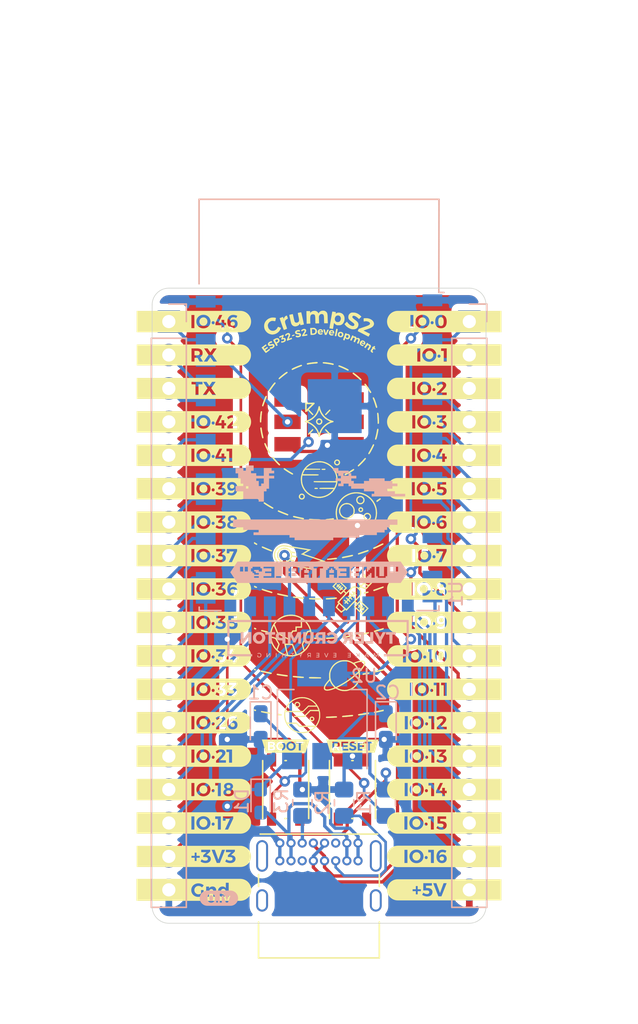
<source format=kicad_pcb>
(kicad_pcb (version 20171130) (host pcbnew "(5.1.8-0-10_14)")
  (layers (0 F.Cu signal) (31 B.Cu signal) (34 B.Paste user) (35 F.Paste user) (36 B.SilkS user) (37 F.SilkS user) (38 B.Mask user) (39 F.Mask user) (44 Edge.Cuts user))
  (net 0 "")
  (net 1 GND)
  (net 2 "Net-(D1-Pad2)")
  (net 3 "Net-(J1-PadA5)")
  (net 4 /USB_D+)
  (net 5 /USB_D-)
  (net 6 "Net-(J1-PadB5)")
  (net 7 "Net-(J1-PadS1)")
  (net 8 +3V3)
  (net 9 /EN)
  (net 10 /IO46)
  (net 11 /IO45)
  (net 12 /IO26)
  (net 13 /IO33)
  (net 14 /IO34)
  (net 15 /IO35)
  (net 16 /IO36)
  (net 17 /IO37)
  (net 18 /IO38)
  (net 19 /IO39)
  (net 20 /IO40)
  (net 21 /IO41)
  (net 22 /IO42)
  (net 23 /TX)
  (net 24 /RX)
  (net 25 /IO11)
  (net 26 /IO10)
  (net 27 /IO09)
  (net 28 /IO08)
  (net 29 /IO07)
  (net 30 /IO06)
  (net 31 /IO05)
  (net 32 /IO04)
  (net 33 /IO03)
  (net 34 /IO02)
  (net 35 /IO01)
  (net 36 /IO00)
  (net 37 /IO21)
  (net 38 /IO18)
  (net 39 /IO17)
  (net 40 /IO16)
  (net 41 /IO15)
  (net 42 /IO14)
  (net 43 /IO13)
  (net 44 /IO12)
  (net 45 +5V)
  (module label (layer B.Cu) (at 32.385 65.405 180)
    (fp_text reference svg2mod hide)
    (fp_text value G*** hide)
  )
  (module label (layer B.Cu) (at 40.005 40.64 180)
    (fp_text reference svg2mod hide)
    (fp_text value G*** hide)
  )
  (module _CrumpPrintSymbols:joust_15mm (layer B.Cu) (at 40.005 35.56 180)
    (fp_text reference G*** hide)
    (fp_text value LOGO hide)
  )
  (module _CrumpPrintSymbols:tc_wide_15mm (layer B.Cu) (at 40.005 45.72 180)
    (fp_text reference G*** hide)
    (fp_text value LOGO hide)
  )
  (module Resistor_SMD:R_0805_2012Metric_Pad1.20x1.40mm_HandSolder (layer B.Cu) (at 41.91 58.15 270)
    (fp_text reference R2 (at 0 1.65 90) (layer B.SilkS) (effects (justify mirror)))
    (fp_text value 5.1k)
    (pad 1 smd roundrect (at -1 0 270) (size 1.2 1.4) (layers B.Cu B.Paste B.Mask) (roundrect_rratio 0.2083325) (net 1 GND))
    (pad 2 smd roundrect (at 1 0 270) (size 1.2 1.4) (layers B.Cu B.Paste B.Mask) (roundrect_rratio 0.2083325) (net 6 "Net-(J1-PadB5)"))
  )
  (module LED_SMD:LED_RGB_5050-6 (layer F.Cu) (at 40.005 29.21)
    (fp_text reference D2 hide)
    (fp_text value APA102)
    (pad 1 smd rect (at -2.4 -1.7 90) (size 1.1 2) (layers F.Cu F.Paste F.Mask) (net 20 /IO40))
    (pad 2 smd rect (at -2.4 0 90) (size 1.1 2) (layers F.Cu F.Paste F.Mask) (net 11 /IO45))
    (pad 3 smd rect (at -2.4 1.7 90) (size 1.1 2) (layers F.Cu F.Paste F.Mask) (net 1 GND))
    (pad 4 smd rect (at 2.4 1.7 90) (size 1.1 2) (layers F.Cu F.Paste F.Mask) (net 45 +5V))
    (pad 5 smd rect (at 2.4 0 90) (size 1.1 2) (layers F.Cu F.Paste F.Mask))
    (pad 6 smd rect (at 2.4 -1.7 90) (size 1.1 2) (layers F.Cu F.Paste F.Mask))
  )
  (module _ProjectSpecific:front-silk (layer F.Cu) (at 39.95166 37.15512)
    (fp_text reference G*** hide)
    (fp_text value LOGO hide)
  )
  (module Package_TO_SOT_SMD:SOT-223-3_TabPin2 (layer B.Cu) (at 40.245 51.46 90)
    (fp_text reference U2 (at 2.946 3.189) (layer B.SilkS) (effects (justify mirror)))
    (fp_text value LM1117-3.3)
    (pad 1 smd rect (at -3.15 2.3 90) (size 2 1.5) (layers B.Cu B.Paste B.Mask) (net 1 GND))
    (pad 3 smd rect (at -3.15 -2.3 90) (size 2 1.5) (layers B.Cu B.Paste B.Mask) (net 45 +5V))
    (pad 2 smd rect (at -3.15 0 90) (size 2 1.5) (layers B.Cu B.Paste B.Mask) (net 8 +3V3))
    (pad 2 smd rect (at 3.15 0 90) (size 2 3.8) (layers B.Cu B.Paste B.Mask) (net 8 +3V3))
  )
  (module label (layer F.Cu) (at 49.53 64.77)
    (fp_text reference svg2mod hide)
    (fp_text value G*** hide)
  )
  (module label (layer F.Cu) (at 49.53 62.23)
    (fp_text reference svg2mod hide)
    (fp_text value G*** hide)
  )
  (module label (layer F.Cu) (at 49.53 59.69)
    (fp_text reference svg2mod hide)
    (fp_text value G*** hide)
  )
  (module label (layer F.Cu) (at 49.53 57.15)
    (fp_text reference svg2mod hide)
    (fp_text value G*** hide)
  )
  (module label (layer F.Cu) (at 49.53 54.61)
    (fp_text reference svg2mod hide)
    (fp_text value G*** hide)
  )
  (module label (layer F.Cu) (at 49.53 52.07)
    (fp_text reference svg2mod hide)
    (fp_text value G*** hide)
  )
  (module label (layer F.Cu) (at 49.53 49.53)
    (fp_text reference svg2mod hide)
    (fp_text value G*** hide)
  )
  (module label (layer F.Cu) (at 49.53 46.99)
    (fp_text reference svg2mod hide)
    (fp_text value G*** hide)
  )
  (module label (layer F.Cu) (at 49.53 44.45)
    (fp_text reference svg2mod hide)
    (fp_text value G*** hide)
  )
  (module label (layer F.Cu) (at 49.53 41.91)
    (fp_text reference svg2mod hide)
    (fp_text value G*** hide)
  )
  (module label (layer F.Cu) (at 49.53 39.37)
    (fp_text reference svg2mod hide)
    (fp_text value G*** hide)
  )
  (module label (layer F.Cu) (at 49.53 36.83)
    (fp_text reference svg2mod hide)
    (fp_text value G*** hide)
  )
  (module label (layer F.Cu) (at 49.53 34.29)
    (fp_text reference svg2mod hide)
    (fp_text value G*** hide)
  )
  (module label (layer F.Cu) (at 49.53 31.75)
    (fp_text reference svg2mod hide)
    (fp_text value G*** hide)
  )
  (module label (layer F.Cu) (at 49.53 29.21)
    (fp_text reference svg2mod hide)
    (fp_text value G*** hide)
  )
  (module label (layer F.Cu) (at 49.53 26.67)
    (fp_text reference svg2mod hide)
    (fp_text value G*** hide)
  )
  (module label (layer F.Cu) (at 49.53 24.13)
    (fp_text reference svg2mod hide)
    (fp_text value G*** hide)
  )
  (module label (layer F.Cu) (at 49.53 21.59)
    (fp_text reference svg2mod hide)
    (fp_text value G*** hide)
  )
  (module label (layer F.Cu) (at 30.48 64.77)
    (fp_text reference svg2mod hide)
    (fp_text value G*** hide)
  )
  (module label (layer F.Cu) (at 30.48 62.23)
    (fp_text reference svg2mod hide)
    (fp_text value G*** hide)
  )
  (module label (layer F.Cu) (at 30.48 59.69)
    (fp_text reference svg2mod hide)
    (fp_text value G*** hide)
  )
  (module label (layer F.Cu) (at 30.48 57.15)
    (fp_text reference svg2mod hide)
    (fp_text value G*** hide)
  )
  (module label (layer F.Cu) (at 30.48 54.61)
    (fp_text reference svg2mod hide)
    (fp_text value G*** hide)
  )
  (module label (layer F.Cu) (at 30.48 52.07)
    (fp_text reference svg2mod hide)
    (fp_text value G*** hide)
  )
  (module label (layer F.Cu) (at 30.48 49.53)
    (fp_text reference svg2mod hide)
    (fp_text value G*** hide)
  )
  (module label (layer F.Cu) (at 30.48 46.99)
    (fp_text reference svg2mod hide)
    (fp_text value G*** hide)
  )
  (module label (layer F.Cu) (at 30.48 44.45)
    (fp_text reference svg2mod hide)
    (fp_text value G*** hide)
  )
  (module label (layer F.Cu) (at 30.48 41.91)
    (fp_text reference svg2mod hide)
    (fp_text value G*** hide)
  )
  (module label (layer F.Cu) (at 30.48 39.37)
    (fp_text reference svg2mod hide)
    (fp_text value G*** hide)
  )
  (module label (layer F.Cu) (at 30.48 36.83)
    (fp_text reference svg2mod hide)
    (fp_text value G*** hide)
  )
  (module label (layer F.Cu) (at 30.48 34.29)
    (fp_text reference svg2mod hide)
    (fp_text value G*** hide)
  )
  (module label (layer F.Cu) (at 30.48 31.75)
    (fp_text reference svg2mod hide)
    (fp_text value G*** hide)
  )
  (module label (layer F.Cu) (at 30.48 29.21)
    (fp_text reference svg2mod hide)
    (fp_text value G*** hide)
  )
  (module label (layer F.Cu) (at 30.48 26.67)
    (fp_text reference svg2mod hide)
    (fp_text value G*** hide)
  )
  (module label (layer F.Cu) (at 30.48 24.13)
    (fp_text reference svg2mod hide)
    (fp_text value G*** hide)
  )
  (module label (layer F.Cu) (at 30.48 21.59)
    (fp_text reference svg2mod hide)
    (fp_text value G*** hide)
  )
  (module label (layer F.Cu) (at 37.465 53.848)
    (fp_text reference svg2mod hide)
    (fp_text value G*** hide)
  )
  (module label (layer F.Cu) (at 42.545 53.848)
    (fp_text reference svg2mod hide)
    (fp_text value G*** hide)
  )
  (module Capacitor_Tantalum_SMD:CP_EIA-2012-12_Kemet-R_Pad1.30x1.05mm_HandSolder (layer B.Cu) (at 45.085 52.365 270)
    (fp_text reference C2 (at -2.581 -0.127 180) (layer B.SilkS) (effects (justify mirror)))
    (fp_text value "10uF Tantalum")
    (pad 2 smd roundrect (at 0.975 0 270) (size 1.3 1.05) (layers B.Cu B.Paste B.Mask) (roundrect_rratio 0.2380942857142857) (net 1 GND))
    (pad 1 smd roundrect (at -0.975 0 270) (size 1.3 1.05) (layers B.Cu B.Paste B.Mask) (roundrect_rratio 0.2380942857142857) (net 8 +3V3))
  )
  (module Capacitor_Tantalum_SMD:CP_EIA-2012-12_Kemet-R_Pad1.30x1.05mm_HandSolder (layer B.Cu) (at 35.56 52.365 270)
    (fp_text reference C1 (at -2.581 0 180) (layer B.SilkS) (effects (justify mirror)))
    (fp_text value "10uF Tantalum")
    (pad 2 smd roundrect (at 0.975 0 270) (size 1.3 1.05) (layers B.Cu B.Paste B.Mask) (roundrect_rratio 0.2380942857142857) (net 1 GND))
    (pad 1 smd roundrect (at -0.975 0 270) (size 1.3 1.05) (layers B.Cu B.Paste B.Mask) (roundrect_rratio 0.2380942857142857) (net 45 +5V))
  )
  (module _CrumpPrints:SW_Push_1P1T_NO_CK_RKB2 (layer F.Cu) (at 42.545 57.15 90)
    (fp_text reference SW2 hide)
    (fp_text value "RESET Switch")
    (pad 2 smd rect (at 2.25 1.075 90) (size 1 0.7) (layers F.Cu F.Paste F.Mask) (net 1 GND))
    (pad 1 smd rect (at 2.25 -1.075 90) (size 1 0.7) (layers F.Cu F.Paste F.Mask) (net 9 /EN))
    (pad 3 smd rect (at -2.25 1.075 90) (size 1 0.7) (layers F.Cu F.Paste F.Mask))
    (pad 1 smd rect (at -2.25 -1.075 90) (size 1 0.7) (layers F.Cu F.Paste F.Mask) (net 9 /EN))
  )
  (module _CrumpPrints:SW_Push_1P1T_NO_CK_RKB2 (layer F.Cu) (at 37.465 57.15 90)
    (fp_text reference SW1 hide)
    (fp_text value "BOOT SEL Switch")
    (pad 2 smd rect (at 2.25 1.075 90) (size 1 0.7) (layers F.Cu F.Paste F.Mask) (net 1 GND))
    (pad 1 smd rect (at 2.25 -1.075 90) (size 1 0.7) (layers F.Cu F.Paste F.Mask) (net 36 /IO00))
    (pad 3 smd rect (at -2.25 1.075 90) (size 1 0.7) (layers F.Cu F.Paste F.Mask))
    (pad 1 smd rect (at -2.25 -1.075 90) (size 1 0.7) (layers F.Cu F.Paste F.Mask) (net 36 /IO00))
  )
  (module Diode_SMD:D_0603_1608Metric_Pad1.05x0.95mm_HandSolder (layer B.Cu) (at 35.56 58.025 270)
    (fp_text reference D1 (at 0 1.43 90) (layer B.SilkS) (effects (justify mirror)))
    (fp_text value D_Schottky)
    (pad 2 smd roundrect (at 0.875 0 270) (size 1.05 0.95) (layers B.Cu B.Paste B.Mask) (net 2 "Net-(D1-Pad2)"))
    (pad 1 smd roundrect (at -0.875 0 270) (size 1.05 0.95) (layers B.Cu B.Paste B.Mask) (net 45 +5V))
  )
  (module Connector_USB:USB_C_Receptacle_GCT_USB4085 (layer F.Cu) (at 37.0205 61.214)
    (fp_text reference J1 hide)
    (fp_text value USB_C_Receptacle)
    (pad S1 thru_hole oval (at 7.3 4.36) (size 0.9 1.7) (drill oval 0.6 1.4) (layers *.Cu *.Mask) (net 7 "Net-(J1-PadS1)"))
    (pad S1 thru_hole oval (at -1.35 4.36) (size 0.9 1.7) (drill oval 0.6 1.4) (layers *.Cu *.Mask) (net 7 "Net-(J1-PadS1)"))
    (pad S1 thru_hole oval (at 7.3 0.98) (size 0.9 2.4) (drill oval 0.6 2.1) (layers *.Cu *.Mask) (net 7 "Net-(J1-PadS1)"))
    (pad S1 thru_hole oval (at -1.35 0.98) (size 0.9 2.4) (drill oval 0.6 2.1) (layers *.Cu *.Mask) (net 7 "Net-(J1-PadS1)"))
    (pad B6 thru_hole circle (at 3.4 1.35) (size 0.7 0.7) (drill 0.4) (layers *.Cu *.Mask) (net 4 /USB_D+))
    (pad B1 thru_hole circle (at 5.95 1.35) (size 0.7 0.7) (drill 0.4) (layers *.Cu *.Mask) (net 1 GND))
    (pad B4 thru_hole circle (at 5.1 1.35) (size 0.7 0.7) (drill 0.4) (layers *.Cu *.Mask) (net 2 "Net-(D1-Pad2)"))
    (pad B5 thru_hole circle (at 4.25 1.35) (size 0.7 0.7) (drill 0.4) (layers *.Cu *.Mask) (net 6 "Net-(J1-PadB5)"))
    (pad B12 thru_hole circle (at 0 1.35) (size 0.7 0.7) (drill 0.4) (layers *.Cu *.Mask) (net 1 GND))
    (pad B8 thru_hole circle (at 1.7 1.35) (size 0.7 0.7) (drill 0.4) (layers *.Cu *.Mask))
    (pad B7 thru_hole circle (at 2.55 1.35) (size 0.7 0.7) (drill 0.4) (layers *.Cu *.Mask) (net 5 /USB_D-))
    (pad B9 thru_hole circle (at 0.85 1.35) (size 0.7 0.7) (drill 0.4) (layers *.Cu *.Mask) (net 2 "Net-(D1-Pad2)"))
    (pad A12 thru_hole circle (at 5.95 0) (size 0.7 0.7) (drill 0.4) (layers *.Cu *.Mask) (net 1 GND))
    (pad A9 thru_hole circle (at 5.1 0) (size 0.7 0.7) (drill 0.4) (layers *.Cu *.Mask) (net 2 "Net-(D1-Pad2)"))
    (pad A8 thru_hole circle (at 4.25 0) (size 0.7 0.7) (drill 0.4) (layers *.Cu *.Mask))
    (pad A7 thru_hole circle (at 3.4 0) (size 0.7 0.7) (drill 0.4) (layers *.Cu *.Mask) (net 5 /USB_D-))
    (pad A6 thru_hole circle (at 2.55 0) (size 0.7 0.7) (drill 0.4) (layers *.Cu *.Mask) (net 4 /USB_D+))
    (pad A5 thru_hole circle (at 1.7 0) (size 0.7 0.7) (drill 0.4) (layers *.Cu *.Mask) (net 3 "Net-(J1-PadA5)"))
    (pad A4 thru_hole circle (at 0.85 0) (size 0.7 0.7) (drill 0.4) (layers *.Cu *.Mask) (net 2 "Net-(D1-Pad2)"))
    (pad A1 thru_hole circle (at 0 0) (size 0.7 0.7) (drill 0.4) (layers *.Cu *.Mask) (net 1 GND))
  )
  (module Resistor_SMD:R_0805_2012Metric_Pad1.20x1.40mm_HandSolder (layer B.Cu) (at 45.085 58.15 270)
    (fp_text reference R1 (at 0 1.65 270) (layer B.SilkS) (effects (justify mirror)))
    (fp_text value 100k)
    (pad 1 smd roundrect (at -1 0 270) (size 1.2 1.4) (layers B.Cu B.Paste B.Mask) (roundrect_rratio 0.2083325) (net 8 +3V3))
    (pad 2 smd roundrect (at 1 0 270) (size 1.2 1.4) (layers B.Cu B.Paste B.Mask) (roundrect_rratio 0.2083325) (net 9 /EN))
  )
  (module Resistor_SMD:R_0805_2012Metric_Pad1.20x1.40mm_HandSolder (layer B.Cu) (at 38.735 58.15 90)
    (fp_text reference R3 (at 0.12878 -1.6002 90) (layer B.SilkS) (effects (justify mirror)))
    (fp_text value 5.1k)
    (pad 2 smd roundrect (at 1 0 90) (size 1.2 1.4) (layers B.Cu B.Paste B.Mask) (roundrect_rratio 0.2083325) (net 1 GND))
    (pad 1 smd roundrect (at -1 0 90) (size 1.2 1.4) (layers B.Cu B.Paste B.Mask) (roundrect_rratio 0.2083325) (net 3 "Net-(J1-PadA5)"))
  )
  (module RF_Module:ESP32-S2-WROVER (layer B.Cu) (at 40.005 31.75 180)
    (fp_text reference U1 (at -10.41 -10.53 270) (layer B.SilkS) (effects (justify mirror)))
    (fp_text value ESP32-S2-WROVER)
    (pad 43 smd rect (at -1.19 3.735 180) (size 4.1 4.1) (layers B.Cu B.Paste B.Mask) (net 1 GND))
    (pad 42 smd rect (at 8.625 11.675 180) (size 1.5 0.9) (layers B.Cu B.Paste B.Mask) (net 1 GND))
    (pad 41 smd rect (at 8.625 10.275 180) (size 1.5 0.9) (layers B.Cu B.Paste B.Mask) (net 9 /EN))
    (pad 40 smd rect (at 8.625 8.775 180) (size 1.5 0.9) (layers B.Cu B.Paste B.Mask) (net 10 /IO46))
    (pad 39 smd rect (at 8.625 7.175 180) (size 1.5 0.9) (layers B.Cu B.Paste B.Mask) (net 11 /IO45))
    (pad 25 smd rect (at 5.25 -11.475 180) (size 0.9 1.5) (layers B.Cu B.Paste B.Mask) (net 12 /IO26))
    (pad 26 smd rect (at 6.75 -11.475 180) (size 0.9 1.5) (layers B.Cu B.Paste B.Mask) (net 1 GND))
    (pad 27 smd rect (at 8.625 -10.825 180) (size 1.5 0.9) (layers B.Cu B.Paste B.Mask) (net 13 /IO33))
    (pad 28 smd rect (at 8.625 -9.325 180) (size 1.5 0.9) (layers B.Cu B.Paste B.Mask) (net 14 /IO34))
    (pad 29 smd rect (at 8.625 -7.825 180) (size 1.5 0.9) (layers B.Cu B.Paste B.Mask) (net 15 /IO35))
    (pad 30 smd rect (at 8.625 -6.325 180) (size 1.5 0.9) (layers B.Cu B.Paste B.Mask) (net 16 /IO36))
    (pad 31 smd rect (at 8.625 -4.825 180) (size 1.5 0.9) (layers B.Cu B.Paste B.Mask) (net 17 /IO37))
    (pad 32 smd rect (at 8.625 -3.325 180) (size 1.5 0.9) (layers B.Cu B.Paste B.Mask) (net 18 /IO38))
    (pad 33 smd rect (at 8.625 -1.825 180) (size 1.5 0.9) (layers B.Cu B.Paste B.Mask) (net 19 /IO39))
    (pad 34 smd rect (at 8.625 -0.325 180) (size 1.5 0.9) (layers B.Cu B.Paste B.Mask) (net 20 /IO40))
    (pad 35 smd rect (at 8.625 1.175 180) (size 1.5 0.9) (layers B.Cu B.Paste B.Mask) (net 21 /IO41))
    (pad 36 smd rect (at 8.625 2.675 180) (size 1.5 0.9) (layers B.Cu B.Paste B.Mask) (net 22 /IO42))
    (pad 37 smd rect (at 8.625 4.175 180) (size 1.5 0.9) (layers B.Cu B.Paste B.Mask) (net 23 /TX))
    (pad 38 smd rect (at 8.625 5.675 180) (size 1.5 0.9) (layers B.Cu B.Paste B.Mask) (net 24 /RX))
    (pad 14 smd rect (at -8.625 -7.725 180) (size 1.5 0.9) (layers B.Cu B.Paste B.Mask) (net 25 /IO11))
    (pad 13 smd rect (at -8.625 -6.225 180) (size 1.5 0.9) (layers B.Cu B.Paste B.Mask) (net 26 /IO10))
    (pad 12 smd rect (at -8.625 -4.725 180) (size 1.5 0.9) (layers B.Cu B.Paste B.Mask) (net 27 /IO09))
    (pad 11 smd rect (at -8.625 -3.225 180) (size 1.5 0.9) (layers B.Cu B.Paste B.Mask) (net 28 /IO08))
    (pad 10 smd rect (at -8.625 -1.725 180) (size 1.5 0.9) (layers B.Cu B.Paste B.Mask) (net 29 /IO07))
    (pad 9 smd rect (at -8.625 -0.225 180) (size 1.5 0.9) (layers B.Cu B.Paste B.Mask) (net 30 /IO06))
    (pad 8 smd rect (at -8.625 1.275 180) (size 1.5 0.9) (layers B.Cu B.Paste B.Mask) (net 31 /IO05))
    (pad 7 smd rect (at -8.625 2.775 180) (size 1.5 0.9) (layers B.Cu B.Paste B.Mask) (net 32 /IO04))
    (pad 6 smd rect (at -8.625 4.275 180) (size 1.5 0.9) (layers B.Cu B.Paste B.Mask) (net 33 /IO03))
    (pad 5 smd rect (at -8.625 5.775 180) (size 1.5 0.9) (layers B.Cu B.Paste B.Mask) (net 34 /IO02))
    (pad 4 smd rect (at -8.625 7.275 180) (size 1.5 0.9) (layers B.Cu B.Paste B.Mask) (net 35 /IO01))
    (pad 3 smd rect (at -8.625 8.775 180) (size 1.5 0.9) (layers B.Cu B.Paste B.Mask) (net 36 /IO00))
    (pad 2 smd rect (at -8.625 10.275 180) (size 1.5 0.9) (layers B.Cu B.Paste B.Mask) (net 8 +3V3))
    (pad 24 smd rect (at 3.75 -11.475 180) (size 0.9 1.5) (layers B.Cu B.Paste B.Mask) (net 37 /IO21))
    (pad 23 smd rect (at 2.25 -11.475 180) (size 0.9 1.5) (layers B.Cu B.Paste B.Mask) (net 4 /USB_D+))
    (pad 22 smd rect (at 0.75 -11.475 180) (size 0.9 1.5) (layers B.Cu B.Paste B.Mask) (net 5 /USB_D-))
    (pad 21 smd rect (at -0.75 -11.475 180) (size 0.9 1.5) (layers B.Cu B.Paste B.Mask) (net 38 /IO18))
    (pad 20 smd rect (at -2.25 -11.475 180) (size 0.9 1.5) (layers B.Cu B.Paste B.Mask) (net 39 /IO17))
    (pad 19 smd rect (at -3.75 -11.475 180) (size 0.9 1.5) (layers B.Cu B.Paste B.Mask) (net 40 /IO16))
    (pad 18 smd rect (at -5.25 -11.475 180) (size 0.9 1.5) (layers B.Cu B.Paste B.Mask) (net 41 /IO15))
    (pad 17 smd rect (at -6.75 -11.475 180) (size 0.9 1.5) (layers B.Cu B.Paste B.Mask) (net 42 /IO14))
    (pad 16 smd rect (at -8.625 -10.725) (size 1.5 0.9) (layers B.Cu B.Paste B.Mask) (net 43 /IO13))
    (pad 15 smd rect (at -8.625 -9.225) (size 1.5 0.9) (layers B.Cu B.Paste B.Mask) (net 44 /IO12))
    (pad 1 smd rect (at -8.625 11.775 180) (size 1.5 0.9) (layers B.Cu B.Paste B.Mask) (net 1 GND))
  )
  (module Connector_PinHeader_2.54mm:PinHeader_1x18_P2.54mm_Vertical (layer B.Cu) (at 51.435 21.59 180)
    (fp_text reference J2 hide)
    (fp_text value Conn_01x18)
    (pad 18 thru_hole oval (at 0 -43.18 180) (size 1.7 1.7) (drill 1) (layers *.Cu *.Mask) (net 45 +5V))
    (pad 17 thru_hole oval (at 0 -40.64 180) (size 1.7 1.7) (drill 1) (layers *.Cu *.Mask) (net 40 /IO16))
    (pad 16 thru_hole oval (at 0 -38.1 180) (size 1.7 1.7) (drill 1) (layers *.Cu *.Mask) (net 41 /IO15))
    (pad 15 thru_hole oval (at 0 -35.56 180) (size 1.7 1.7) (drill 1) (layers *.Cu *.Mask) (net 42 /IO14))
    (pad 14 thru_hole oval (at 0 -33.02 180) (size 1.7 1.7) (drill 1) (layers *.Cu *.Mask) (net 43 /IO13))
    (pad 13 thru_hole oval (at 0 -30.48 180) (size 1.7 1.7) (drill 1) (layers *.Cu *.Mask) (net 44 /IO12))
    (pad 12 thru_hole oval (at 0 -27.94 180) (size 1.7 1.7) (drill 1) (layers *.Cu *.Mask) (net 25 /IO11))
    (pad 11 thru_hole oval (at 0 -25.4 180) (size 1.7 1.7) (drill 1) (layers *.Cu *.Mask) (net 26 /IO10))
    (pad 10 thru_hole oval (at 0 -22.86 180) (size 1.7 1.7) (drill 1) (layers *.Cu *.Mask) (net 27 /IO09))
    (pad 9 thru_hole oval (at 0 -20.32 180) (size 1.7 1.7) (drill 1) (layers *.Cu *.Mask) (net 28 /IO08))
    (pad 8 thru_hole oval (at 0 -17.78 180) (size 1.7 1.7) (drill 1) (layers *.Cu *.Mask) (net 29 /IO07))
    (pad 7 thru_hole oval (at 0 -15.24 180) (size 1.7 1.7) (drill 1) (layers *.Cu *.Mask) (net 30 /IO06))
    (pad 6 thru_hole oval (at 0 -12.7 180) (size 1.7 1.7) (drill 1) (layers *.Cu *.Mask) (net 31 /IO05))
    (pad 5 thru_hole oval (at 0 -10.16 180) (size 1.7 1.7) (drill 1) (layers *.Cu *.Mask) (net 32 /IO04))
    (pad 4 thru_hole oval (at 0 -7.62 180) (size 1.7 1.7) (drill 1) (layers *.Cu *.Mask) (net 33 /IO03))
    (pad 3 thru_hole oval (at 0 -5.08 180) (size 1.7 1.7) (drill 1) (layers *.Cu *.Mask) (net 34 /IO02))
    (pad 2 thru_hole oval (at 0 -2.54 180) (size 1.7 1.7) (drill 1) (layers *.Cu *.Mask) (net 35 /IO01))
    (pad 1 thru_hole rect (at 0 0 180) (size 1.7 1.7) (drill 1) (layers *.Cu *.Mask) (net 36 /IO00))
  )
  (module Connector_PinHeader_2.54mm:PinHeader_1x18_P2.54mm_Vertical (layer B.Cu) (at 28.575 21.59 180)
    (fp_text reference J3 hide)
    (fp_text value Conn_01x18)
    (pad 1 thru_hole rect (at 0 0 180) (size 1.7 1.7) (drill 1) (layers *.Cu *.Mask) (net 10 /IO46))
    (pad 2 thru_hole oval (at 0 -2.54 180) (size 1.7 1.7) (drill 1) (layers *.Cu *.Mask) (net 24 /RX))
    (pad 3 thru_hole oval (at 0 -5.08 180) (size 1.7 1.7) (drill 1) (layers *.Cu *.Mask) (net 23 /TX))
    (pad 4 thru_hole oval (at 0 -7.62 180) (size 1.7 1.7) (drill 1) (layers *.Cu *.Mask) (net 22 /IO42))
    (pad 5 thru_hole oval (at 0 -10.16 180) (size 1.7 1.7) (drill 1) (layers *.Cu *.Mask) (net 21 /IO41))
    (pad 6 thru_hole oval (at 0 -12.7 180) (size 1.7 1.7) (drill 1) (layers *.Cu *.Mask) (net 19 /IO39))
    (pad 7 thru_hole oval (at 0 -15.24 180) (size 1.7 1.7) (drill 1) (layers *.Cu *.Mask) (net 18 /IO38))
    (pad 8 thru_hole oval (at 0 -17.78 180) (size 1.7 1.7) (drill 1) (layers *.Cu *.Mask) (net 17 /IO37))
    (pad 9 thru_hole oval (at 0 -20.32 180) (size 1.7 1.7) (drill 1) (layers *.Cu *.Mask) (net 16 /IO36))
    (pad 10 thru_hole oval (at 0 -22.86 180) (size 1.7 1.7) (drill 1) (layers *.Cu *.Mask) (net 15 /IO35))
    (pad 11 thru_hole oval (at 0 -25.4 180) (size 1.7 1.7) (drill 1) (layers *.Cu *.Mask) (net 14 /IO34))
    (pad 12 thru_hole oval (at 0 -27.94 180) (size 1.7 1.7) (drill 1) (layers *.Cu *.Mask) (net 13 /IO33))
    (pad 13 thru_hole oval (at 0 -30.48 180) (size 1.7 1.7) (drill 1) (layers *.Cu *.Mask) (net 12 /IO26))
    (pad 14 thru_hole oval (at 0 -33.02 180) (size 1.7 1.7) (drill 1) (layers *.Cu *.Mask) (net 37 /IO21))
    (pad 15 thru_hole oval (at 0 -35.56 180) (size 1.7 1.7) (drill 1) (layers *.Cu *.Mask) (net 38 /IO18))
    (pad 16 thru_hole oval (at 0 -38.1 180) (size 1.7 1.7) (drill 1) (layers *.Cu *.Mask) (net 39 /IO17))
    (pad 17 thru_hole oval (at 0 -40.64 180) (size 1.7 1.7) (drill 1) (layers *.Cu *.Mask) (net 8 +3V3))
    (pad 18 thru_hole oval (at 0 -43.18 180) (size 1.7 1.7) (drill 1) (layers *.Cu *.Mask) (net 1 GND))
  )
  (gr_arc (start 28.575 66.04) (end 27.305 66.04) (angle -90) (layer Edge.Cuts) (width 0.05))
  (gr_arc (start 51.435 66.04) (end 51.435 67.31) (angle -90) (layer Edge.Cuts) (width 0.05))
  (gr_arc (start 51.435 20.32) (end 52.705 20.32) (angle -90) (layer Edge.Cuts) (width 0.05))
  (gr_arc (start 28.575 20.32) (end 28.575 19.05) (angle -90) (layer Edge.Cuts) (width 0.05))
  (gr_line (start 27.305 20.32) (end 27.305 66.04) (layer Edge.Cuts) (width 0.05))
  (gr_line (start 51.435 19.05) (end 28.575 19.05) (layer Edge.Cuts) (width 0.05))
  (gr_line (start 52.705 66.04) (end 52.705 20.32) (layer Edge.Cuts) (width 0.05))
  (gr_line (start 28.575 67.31) (end 51.435 67.31) (layer Edge.Cuts) (width 0.05))
  (via (at 40.64 30.988) (size 0.8) (drill 0.4) (layers F.Cu B.Cu) (net 1))
  (segment (start 41.195 30.433) (end 41.195 28.015) (width 0.25) (layer B.Cu) (net 1))
  (segment (start 40.64 30.988) (end 41.195 30.433) (width 0.25) (layer B.Cu) (net 1))
  (segment (start 37.605 30.91) (end 38.154001 31.459001) (width 0.25) (layer F.Cu) (net 1))
  (segment (start 40.168999 31.459001) (end 40.64 30.988) (width 0.25) (layer F.Cu) (net 1))
  (segment (start 38.154001 31.459001) (end 40.168999 31.459001) (width 0.25) (layer F.Cu) (net 1))
  (segment (start 42.9705 61.214) (end 42.9705 62.564) (width 0.25) (layer B.Cu) (net 1))
  (segment (start 37.0205 62.564) (end 37.0205 61.214) (width 0.25) (layer B.Cu) (net 1))
  (segment (start 41.91 55.245) (end 42.545 54.61) (width 0.25) (layer B.Cu) (net 1))
  (segment (start 41.91 57.15) (end 41.91 55.245) (width 0.25) (layer B.Cu) (net 1))
  (via (at 42.545 54.61) (size 0.8) (drill 0.4) (layers F.Cu B.Cu) (net 1))
  (segment (start 42.835 54.9) (end 42.545 54.61) (width 0.25) (layer F.Cu) (net 1))
  (segment (start 43.62 54.9) (end 42.835 54.9) (width 0.25) (layer F.Cu) (net 1))
  (via (at 42.545 54.61) (size 0.8) (drill 0.4) (layers F.Cu B.Cu) (net 1))
  (via (at 44.958 53.34) (size 0.8) (drill 0.4) (layers F.Cu B.Cu) (net 1))
  (segment (start 45.085 53.34) (end 44.958 53.34) (width 0.25) (layer B.Cu) (net 1))
  (segment (start 43.815 53.34) (end 42.545 54.61) (width 0.25) (layer F.Cu) (net 1))
  (segment (start 44.958 53.34) (end 43.815 53.34) (width 0.25) (layer F.Cu) (net 1))
  (segment (start 38.54 56.955) (end 38.735 57.15) (width 0.25) (layer F.Cu) (net 1))
  (via (at 38.735 57.15) (size 0.8) (drill 0.4) (layers F.Cu B.Cu) (net 1))
  (segment (start 38.54 54.9) (end 38.54 56.955) (width 0.25) (layer F.Cu) (net 1))
  (segment (start 42.9705 60.719026) (end 42.9705 61.214) (width 0.25) (layer B.Cu) (net 1))
  (segment (start 40.88499 59.73818) (end 41.235798 60.088988) (width 0.25) (layer B.Cu) (net 1))
  (segment (start 40.88499 58.66499) (end 40.88499 59.73818) (width 0.25) (layer B.Cu) (net 1))
  (segment (start 39.37 57.15) (end 40.88499 58.66499) (width 0.25) (layer B.Cu) (net 1))
  (segment (start 41.235798 60.088988) (end 42.340462 60.088988) (width 0.25) (layer B.Cu) (net 1))
  (segment (start 38.735 57.15) (end 39.37 57.15) (width 0.25) (layer B.Cu) (net 1))
  (segment (start 42.340462 60.088988) (end 42.9705 60.719026) (width 0.25) (layer B.Cu) (net 1))
  (segment (start 36.47549 60.66899) (end 36.47549 60.60549) (width 0.25) (layer B.Cu) (net 1))
  (segment (start 37.0205 61.214) (end 36.47549 60.66899) (width 0.25) (layer B.Cu) (net 1))
  (segment (start 36.47549 60.60549) (end 34.13651 60.60549) (width 0.25) (layer B.Cu) (net 1))
  (segment (start 29.972 64.77) (end 28.575 64.77) (width 0.25) (layer B.Cu) (net 1))
  (segment (start 34.13651 60.60549) (end 29.972 64.77) (width 0.25) (layer B.Cu) (net 1))
  (segment (start 33.782 53.34) (end 33.02 53.34) (width 0.2) (layer B.Cu) (net 1))
  (segment (start 38.54 54.9) (end 38.54 54.15) (width 0.25) (layer F.Cu) (net 1))
  (segment (start 38.54 54.15) (end 37.73 53.34) (width 0.25) (layer F.Cu) (net 1))
  (segment (start 37.73 53.34) (end 33.02 53.34) (width 0.25) (layer F.Cu) (net 1))
  (via (at 33.02 53.34) (size 0.8) (drill 0.4) (layers F.Cu B.Cu) (net 1))
  (segment (start 33.02 52.774315) (end 33.02 45.72) (width 0.2) (layer F.Cu) (net 1))
  (segment (start 33.255 45.485) (end 33.02 45.72) (width 0.2) (layer B.Cu) (net 1))
  (segment (start 33.255 43.225) (end 33.255 45.485) (width 0.2) (layer B.Cu) (net 1))
  (via (at 33.02 45.72) (size 0.8) (drill 0.4) (layers F.Cu B.Cu) (net 1))
  (segment (start 33.02 53.34) (end 33.02 52.774315) (width 0.2) (layer F.Cu) (net 1))
  (segment (start 36.051474 58.9) (end 35.56 58.9) (width 0.25) (layer B.Cu) (net 2))
  (segment (start 37.8705 60.719026) (end 36.051474 58.9) (width 0.25) (layer B.Cu) (net 2))
  (segment (start 37.8705 61.214) (end 37.8705 60.719026) (width 0.25) (layer B.Cu) (net 2))
  (segment (start 42.1205 62.564) (end 42.1205 61.214) (width 0.25) (layer B.Cu) (net 2))
  (segment (start 37.8705 62.564) (end 37.8705 61.214) (width 0.25) (layer B.Cu) (net 2))
  (segment (start 40.434979 59.230979) (end 40.434979 59.92458) (width 0.25) (layer B.Cu) (net 2))
  (segment (start 37.8705 61.214) (end 37.70999 61.05349) (width 0.25) (layer B.Cu) (net 2))
  (segment (start 42.1205 60.719026) (end 42.1205 61.214) (width 0.25) (layer B.Cu) (net 2))
  (segment (start 37.70999 61.05349) (end 37.70999 58.56182) (width 0.25) (layer B.Cu) (net 2))
  (segment (start 37.70999 58.56182) (end 38.04682 58.22499) (width 0.25) (layer B.Cu) (net 2))
  (segment (start 40.434979 59.92458) (end 41.049398 60.538999) (width 0.25) (layer B.Cu) (net 2))
  (segment (start 38.04682 58.22499) (end 39.42899 58.22499) (width 0.25) (layer B.Cu) (net 2))
  (segment (start 39.42899 58.22499) (end 40.434979 59.230979) (width 0.25) (layer B.Cu) (net 2))
  (segment (start 41.940473 60.538999) (end 42.1205 60.719026) (width 0.25) (layer B.Cu) (net 2))
  (segment (start 41.049398 60.538999) (end 41.940473 60.538999) (width 0.25) (layer B.Cu) (net 2))
  (segment (start 38.735 61.1995) (end 38.7205 61.214) (width 0.25) (layer B.Cu) (net 3))
  (segment (start 38.735 59.15) (end 38.735 61.1995) (width 0.25) (layer B.Cu) (net 3))
  (segment (start 39.5705 61.363002) (end 39.5705 61.214) (width 0.25) (layer F.Cu) (net 4))
  (segment (start 40.4205 62.213002) (end 39.5705 61.363002) (width 0.25) (layer F.Cu) (net 4))
  (segment (start 40.4205 62.564) (end 40.4205 62.213002) (width 0.25) (layer F.Cu) (net 4))
  (via (at 37.37864 39.3446) (size 0.8) (drill 0.4) (layers F.Cu B.Cu) (net 4))
  (segment (start 37.755 39.72096) (end 37.37864 39.3446) (width 0.25) (layer B.Cu) (net 4))
  (segment (start 37.755 43.225) (end 37.755 39.72096) (width 0.25) (layer B.Cu) (net 4))
  (segment (start 44.641519 63.71901) (end 45.974 62.386529) (width 0.25) (layer F.Cu) (net 4))
  (segment (start 40.4205 63.058974) (end 41.080536 63.71901) (width 0.25) (layer F.Cu) (net 4))
  (segment (start 37.37864 40.712748) (end 37.37864 39.3446) (width 0.25) (layer F.Cu) (net 4))
  (segment (start 45.974 62.386529) (end 45.974 49.308108) (width 0.25) (layer F.Cu) (net 4))
  (segment (start 40.4205 62.564) (end 40.4205 63.058974) (width 0.25) (layer F.Cu) (net 4))
  (segment (start 41.080536 63.71901) (end 44.641519 63.71901) (width 0.25) (layer F.Cu) (net 4))
  (segment (start 45.974 49.308108) (end 37.37864 40.712748) (width 0.25) (layer F.Cu) (net 4))
  (segment (start 40.4205 61.363002) (end 40.4205 61.214) (width 0.25) (layer B.Cu) (net 5))
  (segment (start 39.5705 62.213002) (end 40.4205 61.363002) (width 0.25) (layer B.Cu) (net 5))
  (segment (start 39.5705 62.564) (end 39.5705 62.213002) (width 0.25) (layer B.Cu) (net 5))
  (segment (start 39.255 40.755) (end 42.926 37.084) (width 0.25) (layer B.Cu) (net 5))
  (via (at 42.926 37.084) (size 0.8) (drill 0.4) (layers F.Cu B.Cu) (net 5))
  (segment (start 39.255 43.225) (end 39.255 40.755) (width 0.25) (layer B.Cu) (net 5))
  (segment (start 42.926 45.523004) (end 42.926 37.649685) (width 0.25) (layer F.Cu) (net 5))
  (segment (start 45.910305 48.507309) (end 42.926 45.523004) (width 0.25) (layer F.Cu) (net 5))
  (segment (start 42.926 37.649685) (end 42.926 37.084) (width 0.25) (layer F.Cu) (net 5))
  (segment (start 44.827919 64.169021) (end 46.482 62.51494) (width 0.25) (layer F.Cu) (net 5))
  (segment (start 40.680547 64.169021) (end 44.827919 64.169021) (width 0.25) (layer F.Cu) (net 5))
  (segment (start 46.482 49.179697) (end 45.910305 48.608002) (width 0.25) (layer F.Cu) (net 5))
  (segment (start 45.910305 48.608002) (end 45.910305 48.507309) (width 0.25) (layer F.Cu) (net 5))
  (segment (start 39.5705 62.564) (end 39.5705 63.058974) (width 0.25) (layer F.Cu) (net 5))
  (segment (start 46.482 62.51494) (end 46.482 49.179697) (width 0.25) (layer F.Cu) (net 5))
  (segment (start 39.5705 63.058974) (end 40.680547 64.169021) (width 0.25) (layer F.Cu) (net 5))
  (segment (start 41.2705 63.058974) (end 41.905536 63.69401) (width 0.2) (layer B.Cu) (net 6))
  (segment (start 41.905536 63.69401) (end 44.631164 63.69401) (width 0.2) (layer B.Cu) (net 6))
  (segment (start 45.07051 63.254664) (end 45.07051 61.133336) (width 0.2) (layer B.Cu) (net 6))
  (segment (start 43.087174 59.15) (end 41.91 59.15) (width 0.2) (layer B.Cu) (net 6))
  (segment (start 45.07051 61.133336) (end 43.087174 59.15) (width 0.2) (layer B.Cu) (net 6))
  (segment (start 41.2705 62.564) (end 41.2705 63.058974) (width 0.2) (layer B.Cu) (net 6))
  (segment (start 44.631164 63.69401) (end 45.07051 63.254664) (width 0.2) (layer B.Cu) (net 6))
  (segment (start 42.005 48.31) (end 45.085 51.39) (width 0.25) (layer B.Cu) (net 8))
  (segment (start 40.245 48.31) (end 42.005 48.31) (width 0.25) (layer B.Cu) (net 8))
  (segment (start 43.465 51.39) (end 45.085 51.39) (width 0.25) (layer B.Cu) (net 8))
  (segment (start 40.245 54.61) (end 43.465 51.39) (width 0.25) (layer B.Cu) (net 8))
  (segment (start 40.245 54.61) (end 41.570001 53.284999) (width 0.25) (layer B.Cu) (net 8))
  (segment (start 41.570001 53.284999) (end 43.555001 53.284999) (width 0.25) (layer B.Cu) (net 8))
  (segment (start 43.555001 53.284999) (end 43.870001 53.599999) (width 0.25) (layer B.Cu) (net 8))
  (segment (start 43.870001 53.599999) (end 43.870001 55.935001) (width 0.25) (layer B.Cu) (net 8))
  (segment (start 43.870001 55.935001) (end 45.085 57.15) (width 0.25) (layer B.Cu) (net 8))
  (segment (start 40.245 48.31) (end 44.4 48.31) (width 0.25) (layer B.Cu) (net 8))
  (segment (start 44.4 48.31) (end 46.99 45.72) (width 0.25) (layer B.Cu) (net 8))
  (via (at 46.99 45.72) (size 0.8) (drill 0.4) (layers F.Cu B.Cu) (net 8))
  (segment (start 45.955001 44.685001) (end 45.955001 23.894999) (width 0.25) (layer F.Cu) (net 8))
  (segment (start 48.63 21.475) (end 48.375 21.475) (width 0.25) (layer B.Cu) (net 8))
  (segment (start 46.99 45.72) (end 45.955001 44.685001) (width 0.25) (layer F.Cu) (net 8))
  (segment (start 45.955001 23.894999) (end 46.99 22.86) (width 0.25) (layer F.Cu) (net 8))
  (via (at 46.99 22.86) (size 0.8) (drill 0.4) (layers F.Cu B.Cu) (net 8))
  (segment (start 48.375 21.475) (end 46.99 22.86) (width 0.25) (layer B.Cu) (net 8))
  (via (at 45.084996 55.88) (size 0.8) (drill 0.4) (layers F.Cu B.Cu) (net 8))
  (segment (start 28.575 62.23) (end 30.266001 60.538999) (width 0.25) (layer F.Cu) (net 8))
  (segment (start 42.145001 59.38568) (end 45.084996 56.445685) (width 0.25) (layer F.Cu) (net 8))
  (segment (start 42.145001 60.160001) (end 42.145001 59.38568) (width 0.25) (layer F.Cu) (net 8))
  (segment (start 45.085 57.15) (end 45.085 55.880004) (width 0.25) (layer B.Cu) (net 8))
  (segment (start 45.085 55.880004) (end 45.084996 55.88) (width 0.25) (layer B.Cu) (net 8))
  (segment (start 30.266001 60.538999) (end 41.766003 60.538999) (width 0.25) (layer F.Cu) (net 8))
  (segment (start 41.766003 60.538999) (end 42.145001 60.160001) (width 0.25) (layer F.Cu) (net 8))
  (segment (start 45.084996 56.445685) (end 45.084996 55.88) (width 0.25) (layer F.Cu) (net 8))
  (segment (start 43.434 57.499) (end 43.434 56.660011) (width 0.2) (layer B.Cu) (net 9))
  (segment (start 45.085 59.15) (end 43.434 57.499) (width 0.2) (layer B.Cu) (net 9))
  (via (at 43.434 56.660011) (size 0.8) (drill 0.4) (layers F.Cu B.Cu) (net 9))
  (segment (start 41.673989 54.9) (end 41.47 54.9) (width 0.2) (layer F.Cu) (net 9))
  (segment (start 43.434 56.660011) (end 41.673989 54.9) (width 0.2) (layer F.Cu) (net 9))
  (segment (start 43.434 57.436) (end 41.47 59.4) (width 0.2) (layer F.Cu) (net 9))
  (segment (start 43.434 56.660011) (end 43.434 57.436) (width 0.2) (layer F.Cu) (net 9))
  (via (at 33.02 22.86) (size 0.8) (drill 0.4) (layers F.Cu B.Cu) (net 9))
  (segment (start 31.38 21.475) (end 32.33 21.475) (width 0.2) (layer B.Cu) (net 9))
  (segment (start 32.33 21.475) (end 33.02 22.165) (width 0.2) (layer B.Cu) (net 9))
  (segment (start 34.054999 23.894999) (end 33.02 22.86) (width 0.2) (layer F.Cu) (net 9))
  (segment (start 33.02 22.165) (end 33.02 22.86) (width 0.2) (layer B.Cu) (net 9))
  (segment (start 41.47 54.9) (end 34.054999 47.484999) (width 0.2) (layer F.Cu) (net 9))
  (segment (start 34.054999 47.484999) (end 34.054999 23.894999) (width 0.2) (layer F.Cu) (net 9))
  (segment (start 29.96 22.975) (end 28.575 21.59) (width 0.25) (layer B.Cu) (net 10))
  (segment (start 31.38 22.975) (end 29.96 22.975) (width 0.25) (layer B.Cu) (net 10))
  (via (at 37.605 29.21) (size 0.8) (drill 0.4) (layers F.Cu B.Cu) (net 11))
  (segment (start 32.97 24.575) (end 37.605 29.21) (width 0.25) (layer B.Cu) (net 11))
  (segment (start 31.38 24.575) (end 32.97 24.575) (width 0.25) (layer B.Cu) (net 11))
  (segment (start 34.755 45.89) (end 28.575 52.07) (width 0.25) (layer B.Cu) (net 12))
  (segment (start 34.755 43.225) (end 34.755 45.89) (width 0.25) (layer B.Cu) (net 12))
  (segment (start 31.38 46.725) (end 28.575 49.53) (width 0.25) (layer B.Cu) (net 13))
  (segment (start 31.38 42.575) (end 31.38 46.725) (width 0.25) (layer B.Cu) (net 13))
  (segment (start 30.29501 45.26999) (end 28.575 46.99) (width 0.25) (layer B.Cu) (net 14))
  (segment (start 30.29501 41.15999) (end 30.29501 45.26999) (width 0.25) (layer B.Cu) (net 14))
  (segment (start 30.38 41.075) (end 30.29501 41.15999) (width 0.25) (layer B.Cu) (net 14))
  (segment (start 31.38 41.075) (end 30.38 41.075) (width 0.25) (layer B.Cu) (net 14))
  (segment (start 30.950412 39.37) (end 29.845 40.475412) (width 0.25) (layer B.Cu) (net 15))
  (segment (start 31.585 39.37) (end 30.950412 39.37) (width 0.25) (layer B.Cu) (net 15))
  (segment (start 29.845 43.18) (end 28.575 44.45) (width 0.25) (layer B.Cu) (net 15))
  (segment (start 29.845 40.475412) (end 29.845 43.18) (width 0.25) (layer B.Cu) (net 15))
  (segment (start 31.38 39.575) (end 31.585 39.37) (width 0.25) (layer B.Cu) (net 15))
  (segment (start 29.750001 39.934001) (end 28.575 41.109002) (width 0.25) (layer B.Cu) (net 16))
  (segment (start 29.750001 38.704999) (end 29.750001 39.934001) (width 0.25) (layer B.Cu) (net 16))
  (segment (start 28.575 41.109002) (end 28.575 41.91) (width 0.25) (layer B.Cu) (net 16))
  (segment (start 31.38 38.075) (end 30.38 38.075) (width 0.25) (layer B.Cu) (net 16))
  (segment (start 30.38 38.075) (end 29.750001 38.704999) (width 0.25) (layer B.Cu) (net 16))
  (segment (start 28.575 39.08) (end 28.575 39.37) (width 0.25) (layer B.Cu) (net 17))
  (segment (start 31.08 36.575) (end 28.575 39.08) (width 0.25) (layer B.Cu) (net 17))
  (segment (start 31.38 36.575) (end 31.08 36.575) (width 0.25) (layer B.Cu) (net 17))
  (segment (start 30.33 35.075) (end 28.575 36.83) (width 0.25) (layer B.Cu) (net 18))
  (segment (start 31.38 35.075) (end 30.33 35.075) (width 0.25) (layer B.Cu) (net 18))
  (segment (start 29.29 33.575) (end 28.575 34.29) (width 0.25) (layer B.Cu) (net 19))
  (segment (start 31.38 33.575) (end 29.29 33.575) (width 0.25) (layer B.Cu) (net 19))
  (via (at 39.205002 30.734) (size 0.8) (drill 0.4) (layers F.Cu B.Cu) (net 20))
  (segment (start 37.864002 32.075) (end 39.205002 30.734) (width 0.25) (layer B.Cu) (net 20))
  (segment (start 31.38 32.075) (end 37.864002 32.075) (width 0.25) (layer B.Cu) (net 20))
  (segment (start 38.040002 27.51) (end 37.605 27.51) (width 0.25) (layer F.Cu) (net 20))
  (segment (start 39.205002 28.675) (end 38.040002 27.51) (width 0.25) (layer F.Cu) (net 20))
  (segment (start 39.205002 30.734) (end 39.205002 28.675) (width 0.25) (layer F.Cu) (net 20))
  (segment (start 29.75 30.575) (end 28.575 31.75) (width 0.25) (layer B.Cu) (net 21))
  (segment (start 31.38 30.575) (end 29.75 30.575) (width 0.25) (layer B.Cu) (net 21))
  (segment (start 28.71 29.075) (end 28.575 29.21) (width 0.25) (layer B.Cu) (net 22))
  (segment (start 31.38 29.075) (end 28.71 29.075) (width 0.25) (layer B.Cu) (net 22))
  (segment (start 29.48 27.575) (end 28.575 26.67) (width 0.25) (layer B.Cu) (net 23))
  (segment (start 31.38 27.575) (end 29.48 27.575) (width 0.25) (layer B.Cu) (net 23))
  (segment (start 30.52 26.075) (end 28.575 24.13) (width 0.25) (layer B.Cu) (net 24))
  (segment (start 31.38 26.075) (end 30.52 26.075) (width 0.25) (layer B.Cu) (net 24))
  (segment (start 48.63 39.475) (end 48.155 39.475) (width 0.25) (layer B.Cu) (net 25))
  (via (at 46.99 40.64) (size 0.8) (drill 0.4) (layers F.Cu B.Cu) (net 25))
  (segment (start 48.155 39.475) (end 46.99 40.64) (width 0.25) (layer B.Cu) (net 25))
  (segment (start 50.585001 48.330797) (end 46.99 44.735796) (width 0.25) (layer F.Cu) (net 25))
  (segment (start 50.585001 48.680001) (end 50.585001 48.330797) (width 0.25) (layer F.Cu) (net 25))
  (segment (start 46.99 44.735796) (end 46.99 40.64) (width 0.25) (layer F.Cu) (net 25))
  (segment (start 51.435 49.53) (end 50.585001 48.680001) (width 0.25) (layer F.Cu) (net 25))
  (segment (start 50.165 40.475412) (end 50.165 45.72) (width 0.25) (layer B.Cu) (net 26))
  (segment (start 49.809988 40.120401) (end 50.165 40.475412) (width 0.25) (layer B.Cu) (net 26))
  (segment (start 49.809988 38.854988) (end 49.809988 40.120401) (width 0.25) (layer B.Cu) (net 26))
  (segment (start 48.63 37.975) (end 48.93 37.975) (width 0.25) (layer B.Cu) (net 26))
  (segment (start 50.165 45.72) (end 51.435 46.99) (width 0.25) (layer B.Cu) (net 26))
  (segment (start 48.93 37.975) (end 49.809988 38.854988) (width 0.25) (layer B.Cu) (net 26))
  (via (at 46.99 38.1) (size 0.8) (drill 0.4) (layers F.Cu B.Cu) (net 27))
  (segment (start 47.389999 37.700001) (end 46.99 38.1) (width 0.25) (layer B.Cu) (net 27))
  (segment (start 47.389999 36.715001) (end 47.389999 37.700001) (width 0.25) (layer B.Cu) (net 27))
  (segment (start 47.678011 38.788011) (end 46.99 38.1) (width 0.25) (layer F.Cu) (net 27))
  (segment (start 47.63 36.475) (end 47.389999 36.715001) (width 0.25) (layer B.Cu) (net 27))
  (segment (start 48.63 36.475) (end 47.63 36.475) (width 0.25) (layer B.Cu) (net 27))
  (segment (start 51.435 44.45) (end 47.678011 40.693011) (width 0.25) (layer F.Cu) (net 27))
  (segment (start 47.678011 40.693011) (end 47.678011 38.788011) (width 0.25) (layer F.Cu) (net 27))
  (segment (start 50.259999 39.934001) (end 51.435 41.109002) (width 0.25) (layer B.Cu) (net 28))
  (segment (start 49.80999 38.063195) (end 50.259999 38.513204) (width 0.25) (layer B.Cu) (net 28))
  (segment (start 48.93 34.975) (end 49.80999 35.85499) (width 0.25) (layer B.Cu) (net 28))
  (segment (start 51.435 41.109002) (end 51.435 41.91) (width 0.25) (layer B.Cu) (net 28))
  (segment (start 49.80999 35.85499) (end 49.80999 38.063195) (width 0.25) (layer B.Cu) (net 28))
  (segment (start 48.63 34.975) (end 48.93 34.975) (width 0.25) (layer B.Cu) (net 28))
  (segment (start 50.259999 38.513204) (end 50.259999 39.934001) (width 0.25) (layer B.Cu) (net 28))
  (segment (start 49.809988 35.203578) (end 50.259999 35.653589) (width 0.25) (layer B.Cu) (net 29))
  (segment (start 49.809988 33.654988) (end 49.809988 35.203578) (width 0.25) (layer B.Cu) (net 29))
  (segment (start 49.63 33.475) (end 49.809988 33.654988) (width 0.25) (layer B.Cu) (net 29))
  (segment (start 50.259999 37.394001) (end 51.435 38.569002) (width 0.25) (layer B.Cu) (net 29))
  (segment (start 48.63 33.475) (end 49.63 33.475) (width 0.25) (layer B.Cu) (net 29))
  (segment (start 50.259999 35.653589) (end 50.259999 37.394001) (width 0.25) (layer B.Cu) (net 29))
  (segment (start 51.435 38.569002) (end 51.435 39.37) (width 0.25) (layer B.Cu) (net 29))
  (segment (start 48.63 31.975) (end 48.93 31.975) (width 0.25) (layer B.Cu) (net 30))
  (segment (start 48.93 31.975) (end 50.259999 33.304999) (width 0.25) (layer B.Cu) (net 30))
  (segment (start 50.259999 34.854001) (end 51.435 36.029002) (width 0.25) (layer B.Cu) (net 30))
  (segment (start 50.259999 33.304999) (end 50.259999 34.854001) (width 0.25) (layer B.Cu) (net 30))
  (segment (start 51.435 36.029002) (end 51.435 36.83) (width 0.25) (layer B.Cu) (net 30))
  (segment (start 51.435 33.489002) (end 51.435 34.29) (width 0.25) (layer B.Cu) (net 31))
  (segment (start 48.63 30.475) (end 49.63 30.475) (width 0.25) (layer B.Cu) (net 31))
  (segment (start 49.63 30.475) (end 50.259999 31.104999) (width 0.25) (layer B.Cu) (net 31))
  (segment (start 50.259999 31.104999) (end 50.259999 32.314001) (width 0.25) (layer B.Cu) (net 31))
  (segment (start 50.259999 32.314001) (end 51.435 33.489002) (width 0.25) (layer B.Cu) (net 31))
  (segment (start 51.435 31.48) (end 51.435 31.75) (width 0.25) (layer B.Cu) (net 32))
  (segment (start 48.93 28.975) (end 51.435 31.48) (width 0.25) (layer B.Cu) (net 32))
  (segment (start 48.63 28.975) (end 48.93 28.975) (width 0.25) (layer B.Cu) (net 32))
  (segment (start 49.7 27.475) (end 51.435 29.21) (width 0.25) (layer B.Cu) (net 33))
  (segment (start 48.63 27.475) (end 49.7 27.475) (width 0.25) (layer B.Cu) (net 33))
  (segment (start 50.74 25.975) (end 51.435 26.67) (width 0.25) (layer B.Cu) (net 34))
  (segment (start 48.63 25.975) (end 50.74 25.975) (width 0.25) (layer B.Cu) (net 34))
  (segment (start 51.09 24.475) (end 51.435 24.13) (width 0.25) (layer B.Cu) (net 35))
  (segment (start 48.63 24.475) (end 51.09 24.475) (width 0.25) (layer B.Cu) (net 35))
  (segment (start 50.05 22.975) (end 51.435 21.59) (width 0.25) (layer B.Cu) (net 36))
  (segment (start 48.63 22.975) (end 50.05 22.975) (width 0.25) (layer B.Cu) (net 36))
  (via (at 37.399836 56.529714) (size 0.8) (drill 0.4) (layers F.Cu B.Cu) (net 36))
  (segment (start 36.39 55.519878) (end 37.399836 56.529714) (width 0.2) (layer F.Cu) (net 36))
  (segment (start 36.39 57.53955) (end 37.399836 56.529714) (width 0.2) (layer F.Cu) (net 36))
  (segment (start 36.39 54.9) (end 36.39 55.519878) (width 0.2) (layer F.Cu) (net 36))
  (segment (start 36.39 59.4) (end 36.39 57.53955) (width 0.2) (layer F.Cu) (net 36))
  (segment (start 48.33 22.975) (end 46.99 24.315) (width 0.2) (layer B.Cu) (net 36))
  (segment (start 48.63 22.975) (end 48.33 22.975) (width 0.2) (layer B.Cu) (net 36))
  (segment (start 46.99 36.83) (end 43.005 40.815) (width 0.2) (layer B.Cu) (net 36))
  (segment (start 38.715287 56.129715) (end 37.799835 56.129715) (width 0.2) (layer B.Cu) (net 36))
  (segment (start 41.246002 45.974) (end 39.140998 45.974) (width 0.2) (layer B.Cu) (net 36))
  (segment (start 46.99 24.315) (end 46.99 36.83) (width 0.2) (layer B.Cu) (net 36))
  (segment (start 38.995001 53.369999) (end 38.995001 55.850001) (width 0.2) (layer B.Cu) (net 36))
  (segment (start 39.140998 45.974) (end 37.846 47.268998) (width 0.2) (layer B.Cu) (net 36))
  (segment (start 43.005 44.215002) (end 41.246002 45.974) (width 0.2) (layer B.Cu) (net 36))
  (segment (start 37.846 47.268998) (end 37.846 52.220998) (width 0.2) (layer B.Cu) (net 36))
  (segment (start 38.995001 55.850001) (end 38.715287 56.129715) (width 0.2) (layer B.Cu) (net 36))
  (segment (start 37.799835 56.129715) (end 37.399836 56.529714) (width 0.2) (layer B.Cu) (net 36))
  (segment (start 37.846 52.220998) (end 38.995001 53.369999) (width 0.2) (layer B.Cu) (net 36))
  (segment (start 43.005 40.815) (end 43.005 44.215002) (width 0.2) (layer B.Cu) (net 36))
  (segment (start 36.255 46.927179) (end 29.424999 53.75718) (width 0.25) (layer B.Cu) (net 37))
  (segment (start 29.424999 53.75718) (end 29.424999 53.760001) (width 0.25) (layer B.Cu) (net 37))
  (segment (start 29.424999 53.760001) (end 28.575 54.61) (width 0.25) (layer B.Cu) (net 37))
  (segment (start 36.255 43.225) (end 36.255 46.927179) (width 0.25) (layer B.Cu) (net 37))
  (segment (start 31.115 54.61) (end 28.575 57.15) (width 0.25) (layer B.Cu) (net 38))
  (segment (start 40.755 43.225) (end 40.755 44.225) (width 0.25) (layer B.Cu) (net 38))
  (segment (start 38.778553 45.098978) (end 31.115 52.762531) (width 0.25) (layer B.Cu) (net 38))
  (segment (start 39.881022 45.098978) (end 38.778553 45.098978) (width 0.25) (layer B.Cu) (net 38))
  (segment (start 31.115 52.762531) (end 31.115 54.61) (width 0.25) (layer B.Cu) (net 38))
  (segment (start 40.755 44.225) (end 39.881022 45.098978) (width 0.25) (layer B.Cu) (net 38))
  (segment (start 31.75 56.515) (end 28.575 59.69) (width 0.25) (layer B.Cu) (net 39))
  (segment (start 38.964952 45.54899) (end 31.75 52.763942) (width 0.25) (layer B.Cu) (net 39))
  (segment (start 31.75 52.763942) (end 31.75 56.515) (width 0.25) (layer B.Cu) (net 39))
  (segment (start 42.255 44.225) (end 40.931011 45.548989) (width 0.25) (layer B.Cu) (net 39))
  (segment (start 40.931011 45.548989) (end 38.964952 45.54899) (width 0.25) (layer B.Cu) (net 39))
  (segment (start 42.255 43.225) (end 42.255 44.225) (width 0.25) (layer B.Cu) (net 39))
  (segment (start 50.585001 61.380001) (end 51.435 62.23) (width 0.25) (layer B.Cu) (net 40))
  (segment (start 47.655001 58.450001) (end 50.585001 61.380001) (width 0.25) (layer B.Cu) (net 40))
  (segment (start 47.655001 45.400799) (end 47.655001 58.450001) (width 0.25) (layer B.Cu) (net 40))
  (segment (start 44.584999 45.054999) (end 47.309201 45.054999) (width 0.25) (layer B.Cu) (net 40))
  (segment (start 43.755 44.225) (end 44.584999 45.054999) (width 0.25) (layer B.Cu) (net 40))
  (segment (start 47.309201 45.054999) (end 47.655001 45.400799) (width 0.25) (layer B.Cu) (net 40))
  (segment (start 43.755 43.225) (end 43.755 44.225) (width 0.25) (layer B.Cu) (net 40))
  (segment (start 45.255 43.225) (end 45.255 44.225) (width 0.25) (layer B.Cu) (net 41))
  (segment (start 45.255 44.225) (end 45.574988 44.544988) (width 0.25) (layer B.Cu) (net 41))
  (segment (start 45.574988 44.544988) (end 47.350748 44.544988) (width 0.25) (layer B.Cu) (net 41))
  (segment (start 47.350748 44.544988) (end 48.045012 45.239252) (width 0.25) (layer B.Cu) (net 41))
  (segment (start 48.045012 45.239252) (end 48.045012 56.300012) (width 0.25) (layer B.Cu) (net 41))
  (segment (start 48.045012 56.300012) (end 51.435 59.69) (width 0.25) (layer B.Cu) (net 41))
  (segment (start 48.435023 54.150023) (end 51.435 57.15) (width 0.25) (layer B.Cu) (net 42))
  (segment (start 48.435023 44.905023) (end 48.435023 54.150023) (width 0.25) (layer B.Cu) (net 42))
  (segment (start 46.755 43.225) (end 48.435023 44.905023) (width 0.25) (layer B.Cu) (net 42))
  (segment (start 48.825034 42.670034) (end 48.825034 52.000034) (width 0.25) (layer B.Cu) (net 43))
  (segment (start 48.63 42.475) (end 48.825034 42.670034) (width 0.25) (layer B.Cu) (net 43))
  (segment (start 48.825034 52.000034) (end 51.435 54.61) (width 0.25) (layer B.Cu) (net 43))
  (segment (start 49.705001 50.340001) (end 51.435 52.07) (width 0.25) (layer B.Cu) (net 44))
  (segment (start 48.915002 40.975) (end 49.705001 41.764999) (width 0.25) (layer B.Cu) (net 44))
  (segment (start 49.705001 41.764999) (end 49.705001 50.340001) (width 0.25) (layer B.Cu) (net 44))
  (segment (start 48.63 40.975) (end 48.915002 40.975) (width 0.25) (layer B.Cu) (net 44))
  (segment (start 37.945 53.775) (end 37.945 54.61) (width 0.25) (layer B.Cu) (net 45))
  (segment (start 35.56 51.39) (end 37.945 53.775) (width 0.25) (layer B.Cu) (net 45))
  (segment (start 35.56 56.995) (end 37.945 54.61) (width 0.25) (layer B.Cu) (net 45))
  (segment (start 35.56 57.15) (end 35.56 56.995) (width 0.25) (layer B.Cu) (net 45))
  (via (at 33.019992 58.42) (size 0.8) (drill 0.4) (layers F.Cu B.Cu) (net 45))
  (segment (start 35.56 57.15) (end 34.289992 57.15) (width 0.25) (layer B.Cu) (net 45))
  (segment (start 34.289992 57.15) (end 33.019992 58.42) (width 0.25) (layer B.Cu) (net 45))
  (segment (start 34.036 57.658) (end 33.274 58.42) (width 0.25) (layer F.Cu) (net 45))
  (segment (start 33.274 58.42) (end 33.019992 58.42) (width 0.25) (layer F.Cu) (net 45))
  (zone (net 45) (net_name +5V) (layer F.Cu) (connect_pads (clearance 0.508)) (min_thickness 0.254) (fill yes (arc_segments 32) (thermal_gap 0.508) (thermal_bridge_width 0.508))
    (polygon (pts (xy 53.34 67.945) (xy 26.67 67.945) (xy 26.67 18.415) (xy 53.34 18.415)))
  )
  (zone (net 1) (net_name GND) (layer B.Cu) (connect_pads (clearance 0.508)) (min_thickness 0.254) (fill yes (arc_segments 32) (thermal_gap 0.508) (thermal_bridge_width 0.508))
    (polygon (pts (xy 53.34 67.945) (xy 26.67 67.945) (xy 26.67 18.415) (xy 53.34 18.415)))
  )
)
</source>
